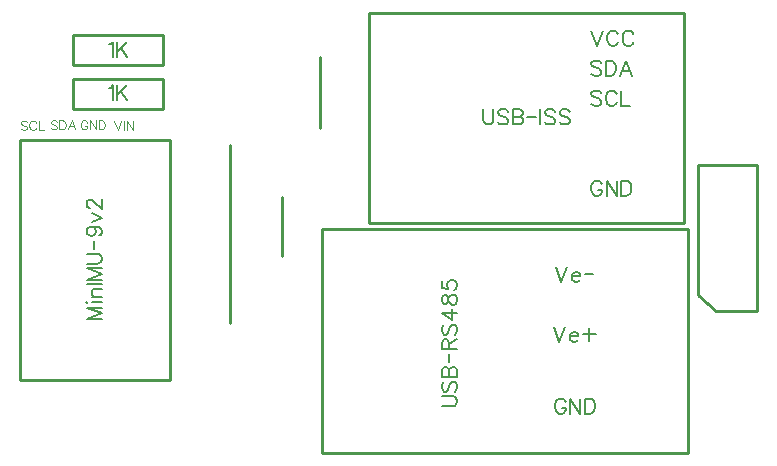
<source format=gbr>
G04 DipTrace 2.3.1.0*
%INTopSilk.gbr*%
%MOIN*%
%ADD10C,0.0098*%
%ADD43C,0.0077*%
%ADD44C,0.0046*%
%FSLAX44Y44*%
G04*
G70*
G90*
G75*
G01*
%LNTopSilk*%
%LPD*%
X15437Y14282D2*
D10*
Y8342D1*
X17187Y10592D2*
Y12532D1*
X18439Y17221D2*
Y14842D1*
X13216Y15487D2*
X10215D1*
Y16487D2*
Y15487D1*
X13216Y16487D2*
X10215D1*
X13216D2*
Y15487D1*
Y16949D2*
X10215D1*
Y17949D2*
Y16949D1*
X13216Y17949D2*
X10215D1*
X13216D2*
Y16949D1*
X33006Y13627D2*
Y8745D1*
X31628D1*
X31037Y9296D1*
Y13627D1*
X33006D1*
X20072Y11686D2*
X30572D1*
Y18686D1*
X20072D1*
Y11686D1*
X8437Y14437D2*
X13437D1*
Y6437D1*
X8437D1*
Y14437D1*
X18507Y4000D2*
X30712D1*
Y11480D1*
X18507D1*
Y4000D1*
X11411Y16172D2*
D43*
X11459Y16197D1*
X11531Y16268D1*
Y15766D1*
X11685Y16269D2*
Y15766D1*
X12020Y16269D2*
X11685Y15934D1*
X11804Y16054D2*
X12020Y15766D1*
X11411Y17634D2*
X11459Y17659D1*
X11531Y17730D1*
Y17228D1*
X11685Y17731D2*
Y17228D1*
X12020Y17731D2*
X11685Y17396D1*
X11804Y17516D2*
X12020Y17228D1*
X23883Y15468D2*
Y15109D1*
X23907Y15037D1*
X23955Y14990D1*
X24027Y14965D1*
X24074D1*
X24146Y14990D1*
X24194Y15037D1*
X24218Y15109D1*
Y15468D1*
X24707Y15396D2*
X24660Y15444D1*
X24588Y15468D1*
X24492D1*
X24420Y15444D1*
X24372Y15396D1*
Y15348D1*
X24397Y15300D1*
X24420Y15277D1*
X24468Y15253D1*
X24612Y15205D1*
X24660Y15181D1*
X24684Y15157D1*
X24707Y15109D1*
Y15037D1*
X24660Y14990D1*
X24588Y14965D1*
X24492D1*
X24420Y14990D1*
X24372Y15037D1*
X24862Y15468D2*
Y14965D1*
X25077D1*
X25149Y14990D1*
X25173Y15013D1*
X25197Y15061D1*
Y15133D1*
X25173Y15181D1*
X25149Y15205D1*
X25077Y15228D1*
X25149Y15253D1*
X25173Y15277D1*
X25197Y15324D1*
Y15372D1*
X25173Y15420D1*
X25149Y15444D1*
X25077Y15468D1*
X24862D1*
Y15228D2*
X25077D1*
X25351Y15216D2*
X25627D1*
X25782Y15468D2*
Y14965D1*
X26271Y15396D2*
X26224Y15444D1*
X26152Y15468D1*
X26056D1*
X25984Y15444D1*
X25936Y15396D1*
Y15348D1*
X25961Y15300D1*
X25984Y15277D1*
X26032Y15253D1*
X26176Y15205D1*
X26224Y15181D1*
X26247Y15157D1*
X26271Y15109D1*
Y15037D1*
X26224Y14990D1*
X26152Y14965D1*
X26056D1*
X25984Y14990D1*
X25936Y15037D1*
X26760Y15396D2*
X26713Y15444D1*
X26641Y15468D1*
X26545D1*
X26474Y15444D1*
X26426Y15396D1*
Y15348D1*
X26450Y15300D1*
X26474Y15277D1*
X26521Y15253D1*
X26665Y15205D1*
X26713Y15181D1*
X26737Y15157D1*
X26760Y15109D1*
Y15037D1*
X26713Y14990D1*
X26641Y14965D1*
X26545D1*
X26474Y14990D1*
X26426Y15037D1*
X11158Y8860D2*
X10656D1*
X11158Y8669D1*
X10656Y8477D1*
X11158D1*
X10656Y9014D2*
X10679Y9038D1*
X10656Y9062D1*
X10631Y9038D1*
X10656Y9014D1*
X10823Y9038D2*
X11158D1*
X10823Y9217D2*
X11158D1*
X10919D2*
X10847Y9289D1*
X10823Y9337D1*
Y9408D1*
X10847Y9456D1*
X10919Y9480D1*
X11158D1*
X10656Y9634D2*
X11158D1*
Y10171D2*
X10656D1*
X11158Y9980D1*
X10656Y9789D1*
X11158D1*
X10656Y10325D2*
X11014D1*
X11086Y10349D1*
X11134Y10397D1*
X11158Y10469D1*
Y10517D1*
X11134Y10588D1*
X11086Y10637D1*
X11014Y10660D1*
X10656D1*
X10907Y10815D2*
Y11091D1*
X10823Y11557D2*
X10895Y11532D1*
X10943Y11485D1*
X10967Y11413D1*
Y11389D1*
X10943Y11317D1*
X10895Y11270D1*
X10823Y11245D1*
X10799D1*
X10728Y11270D1*
X10680Y11317D1*
X10656Y11389D1*
Y11413D1*
X10680Y11485D1*
X10728Y11532D1*
X10823Y11557D1*
X10943D1*
X11062Y11532D1*
X11134Y11485D1*
X11158Y11413D1*
Y11365D1*
X11134Y11294D1*
X11086Y11270D1*
X10823Y11711D2*
X11158Y11855D1*
X10823Y11998D1*
X10776Y12177D2*
X10752D1*
X10704Y12200D1*
X10680Y12224D1*
X10656Y12272D1*
Y12368D1*
X10680Y12415D1*
X10704Y12439D1*
X10752Y12463D1*
X10799D1*
X10847Y12439D1*
X10919Y12392D1*
X11158Y12152D1*
Y12487D1*
X22503Y5571D2*
X22861D1*
X22933Y5594D1*
X22981Y5642D1*
X23005Y5714D1*
Y5762D1*
X22981Y5834D1*
X22933Y5882D1*
X22861Y5906D1*
X22503D1*
X22574Y6395D2*
X22526Y6347D1*
X22503Y6275D1*
Y6180D1*
X22526Y6108D1*
X22574Y6060D1*
X22622D1*
X22670Y6084D1*
X22694Y6108D1*
X22718Y6156D1*
X22766Y6299D1*
X22789Y6347D1*
X22814Y6371D1*
X22861Y6395D1*
X22933D1*
X22981Y6347D1*
X23005Y6275D1*
Y6180D1*
X22981Y6108D1*
X22933Y6060D1*
X22503Y6549D2*
X23005D1*
Y6765D1*
X22981Y6837D1*
X22957Y6860D1*
X22909Y6884D1*
X22838D1*
X22789Y6860D1*
X22766Y6837D1*
X22742Y6765D1*
X22718Y6837D1*
X22694Y6860D1*
X22646Y6884D1*
X22598D1*
X22551Y6860D1*
X22526Y6837D1*
X22503Y6765D1*
Y6549D1*
X22742D2*
Y6765D1*
X22754Y7039D2*
Y7315D1*
X22742Y7469D2*
Y7684D1*
X22718Y7756D1*
X22694Y7780D1*
X22646Y7804D1*
X22598D1*
X22551Y7780D1*
X22526Y7756D1*
X22503Y7684D1*
Y7469D1*
X23005D1*
X22742Y7637D2*
X23005Y7804D1*
X22574Y8294D2*
X22526Y8246D1*
X22503Y8174D1*
Y8079D1*
X22526Y8007D1*
X22574Y7959D1*
X22622D1*
X22670Y7983D1*
X22694Y8007D1*
X22718Y8054D1*
X22766Y8198D1*
X22789Y8246D1*
X22814Y8270D1*
X22861Y8294D1*
X22933D1*
X22981Y8246D1*
X23005Y8174D1*
Y8079D1*
X22981Y8007D1*
X22933Y7959D1*
X23005Y8687D2*
X22503D1*
X22838Y8448D1*
Y8807D1*
X22503Y9080D2*
X22527Y9009D1*
X22574Y8985D1*
X22623D1*
X22670Y9009D1*
X22694Y9057D1*
X22718Y9152D1*
X22742Y9224D1*
X22790Y9272D1*
X22838Y9295D1*
X22909D1*
X22957Y9272D1*
X22981Y9248D1*
X23005Y9176D1*
Y9080D1*
X22981Y9009D1*
X22957Y8985D1*
X22909Y8961D1*
X22838D1*
X22790Y8985D1*
X22742Y9033D1*
X22718Y9104D1*
X22694Y9200D1*
X22670Y9248D1*
X22623Y9272D1*
X22574D1*
X22527Y9248D1*
X22503Y9176D1*
Y9080D1*
Y9737D2*
Y9498D1*
X22718Y9474D1*
X22694Y9498D1*
X22670Y9570D1*
Y9641D1*
X22694Y9713D1*
X22742Y9761D1*
X22814Y9785D1*
X22861D1*
X22933Y9761D1*
X22981Y9713D1*
X23005Y9641D1*
Y9570D1*
X22981Y9498D1*
X22957Y9474D1*
X22909Y9450D1*
X27834Y12975D2*
X27811Y13023D1*
X27762Y13071D1*
X27715Y13095D1*
X27619D1*
X27571Y13071D1*
X27524Y13023D1*
X27499Y12975D1*
X27476Y12903D1*
Y12783D1*
X27499Y12712D1*
X27524Y12664D1*
X27571Y12617D1*
X27619Y12592D1*
X27715D1*
X27762Y12617D1*
X27811Y12664D1*
X27834Y12712D1*
Y12783D1*
X27715D1*
X28324Y13095D2*
Y12592D1*
X27989Y13095D1*
Y12592D1*
X28478Y13095D2*
Y12592D1*
X28645D1*
X28717Y12617D1*
X28765Y12664D1*
X28789Y12712D1*
X28813Y12783D1*
Y12903D1*
X28789Y12975D1*
X28765Y13023D1*
X28717Y13071D1*
X28645Y13095D1*
X28478D1*
X27476Y18095D2*
X27667Y17592D1*
X27858Y18095D1*
X28371Y17975D2*
X28347Y18023D1*
X28299Y18071D1*
X28252Y18095D1*
X28156D1*
X28108Y18071D1*
X28061Y18023D1*
X28036Y17975D1*
X28012Y17903D1*
Y17783D1*
X28036Y17712D1*
X28061Y17664D1*
X28108Y17617D1*
X28156Y17592D1*
X28252D1*
X28299Y17617D1*
X28347Y17664D1*
X28371Y17712D1*
X28884Y17975D2*
X28860Y18023D1*
X28812Y18071D1*
X28765Y18095D1*
X28669D1*
X28621Y18071D1*
X28574Y18023D1*
X28549Y17975D1*
X28526Y17903D1*
Y17783D1*
X28549Y17712D1*
X28574Y17664D1*
X28621Y17617D1*
X28669Y17592D1*
X28765D1*
X28812Y17617D1*
X28860Y17664D1*
X28884Y17712D1*
X27811Y17023D2*
X27763Y17071D1*
X27691Y17095D1*
X27596D1*
X27524Y17071D1*
X27476Y17023D1*
Y16975D1*
X27500Y16927D1*
X27524Y16903D1*
X27571Y16880D1*
X27715Y16832D1*
X27763Y16808D1*
X27787Y16783D1*
X27811Y16736D1*
Y16664D1*
X27763Y16617D1*
X27691Y16592D1*
X27596D1*
X27524Y16617D1*
X27476Y16664D1*
X27965Y17095D2*
Y16592D1*
X28132D1*
X28204Y16617D1*
X28252Y16664D1*
X28276Y16712D1*
X28300Y16783D1*
Y16903D1*
X28276Y16975D1*
X28252Y17023D1*
X28204Y17071D1*
X28132Y17095D1*
X27965D1*
X28837Y16592D2*
X28645Y17095D1*
X28454Y16592D1*
X28526Y16760D2*
X28765D1*
X27811Y16023D2*
X27763Y16071D1*
X27691Y16095D1*
X27596D1*
X27524Y16071D1*
X27476Y16023D1*
Y15975D1*
X27500Y15927D1*
X27524Y15903D1*
X27571Y15880D1*
X27715Y15832D1*
X27763Y15808D1*
X27787Y15783D1*
X27811Y15736D1*
Y15664D1*
X27763Y15617D1*
X27691Y15592D1*
X27596D1*
X27524Y15617D1*
X27476Y15664D1*
X28324Y15975D2*
X28300Y16023D1*
X28252Y16071D1*
X28204Y16095D1*
X28109D1*
X28061Y16071D1*
X28013Y16023D1*
X27989Y15975D1*
X27965Y15903D1*
Y15783D1*
X27989Y15712D1*
X28013Y15664D1*
X28061Y15617D1*
X28109Y15592D1*
X28204D1*
X28252Y15617D1*
X28300Y15664D1*
X28324Y15712D1*
X28478Y16095D2*
Y15592D1*
X28765D1*
X10675Y15028D2*
D44*
X10661Y15057D1*
X10632Y15086D1*
X10604Y15100D1*
X10546D1*
X10518Y15086D1*
X10489Y15057D1*
X10474Y15028D1*
X10460Y14985D1*
Y14913D1*
X10474Y14870D1*
X10489Y14842D1*
X10518Y14813D1*
X10546Y14799D1*
X10604D1*
X10632Y14813D1*
X10661Y14842D1*
X10675Y14870D1*
Y14913D1*
X10604D1*
X10969Y15100D2*
Y14799D1*
X10768Y15100D1*
Y14799D1*
X11062Y15100D2*
Y14799D1*
X11162D1*
X11205Y14813D1*
X11234Y14842D1*
X11248Y14870D1*
X11263Y14913D1*
Y14985D1*
X11248Y15028D1*
X11234Y15057D1*
X11205Y15086D1*
X11162Y15100D1*
X11062D1*
X11585Y15085D2*
X11700Y14784D1*
X11815Y15085D1*
X11907D2*
Y14784D1*
X12201Y15085D2*
Y14784D1*
X12000Y15085D1*
Y14784D1*
X9661Y15057D2*
X9633Y15086D1*
X9589Y15100D1*
X9532D1*
X9489Y15086D1*
X9460Y15057D1*
Y15028D1*
X9475Y14999D1*
X9489Y14985D1*
X9518Y14971D1*
X9604Y14942D1*
X9633Y14928D1*
X9647Y14913D1*
X9661Y14885D1*
Y14842D1*
X9633Y14813D1*
X9589Y14799D1*
X9532D1*
X9489Y14813D1*
X9460Y14842D1*
X9754Y15100D2*
Y14799D1*
X9854D1*
X9897Y14813D1*
X9926Y14842D1*
X9940Y14870D1*
X9955Y14913D1*
Y14985D1*
X9940Y15028D1*
X9926Y15057D1*
X9897Y15086D1*
X9854Y15100D1*
X9754D1*
X10277Y14799D2*
X10162Y15100D1*
X10047Y14799D1*
X10090Y14899D2*
X10234D1*
X8661Y15042D2*
X8633Y15071D1*
X8589Y15085D1*
X8532D1*
X8489Y15071D1*
X8460Y15042D1*
Y15014D1*
X8475Y14985D1*
X8489Y14971D1*
X8518Y14956D1*
X8604Y14927D1*
X8633Y14913D1*
X8647Y14899D1*
X8661Y14870D1*
Y14827D1*
X8633Y14798D1*
X8589Y14784D1*
X8532D1*
X8489Y14798D1*
X8460Y14827D1*
X8969Y15014D2*
X8955Y15042D1*
X8926Y15071D1*
X8897Y15085D1*
X8840D1*
X8811Y15071D1*
X8783Y15042D1*
X8768Y15014D1*
X8754Y14971D1*
Y14899D1*
X8768Y14856D1*
X8783Y14827D1*
X8811Y14798D1*
X8840Y14784D1*
X8897D1*
X8926Y14798D1*
X8955Y14827D1*
X8969Y14856D1*
X9062Y15085D2*
Y14784D1*
X9234D1*
X26288Y10220D2*
D43*
X26479Y9717D1*
X26671Y10220D1*
X26825Y9908D2*
X27112D1*
Y9957D1*
X27088Y10005D1*
X27064Y10028D1*
X27016Y10052D1*
X26944D1*
X26897Y10028D1*
X26849Y9980D1*
X26825Y9908D1*
Y9861D1*
X26849Y9789D1*
X26897Y9742D1*
X26944Y9717D1*
X27016D1*
X27064Y9742D1*
X27112Y9789D1*
X27266Y9968D2*
X27543D1*
X26226Y8220D2*
X26417Y7717D1*
X26608Y8220D1*
X26762Y7908D2*
X27049D1*
Y7957D1*
X27026Y8005D1*
X27002Y8028D1*
X26954Y8052D1*
X26882D1*
X26834Y8028D1*
X26786Y7980D1*
X26762Y7908D1*
Y7861D1*
X26786Y7789D1*
X26834Y7742D1*
X26882Y7717D1*
X26954D1*
X27002Y7742D1*
X27049Y7789D1*
X27419Y8183D2*
Y7753D1*
X27204Y7968D2*
X27634D1*
X26632Y5711D2*
X26608Y5758D1*
X26560Y5806D1*
X26513Y5830D1*
X26417D1*
X26369Y5806D1*
X26321Y5758D1*
X26297Y5711D1*
X26273Y5639D1*
Y5519D1*
X26297Y5447D1*
X26321Y5399D1*
X26369Y5352D1*
X26417Y5328D1*
X26513D1*
X26560Y5352D1*
X26608Y5399D1*
X26632Y5447D1*
Y5519D1*
X26513D1*
X27121Y5830D2*
Y5328D1*
X26787Y5830D1*
Y5328D1*
X27276Y5830D2*
Y5328D1*
X27443D1*
X27515Y5352D1*
X27563Y5399D1*
X27587Y5447D1*
X27611Y5519D1*
Y5639D1*
X27587Y5711D1*
X27563Y5758D1*
X27515Y5806D1*
X27443Y5830D1*
X27276D1*
M02*

</source>
